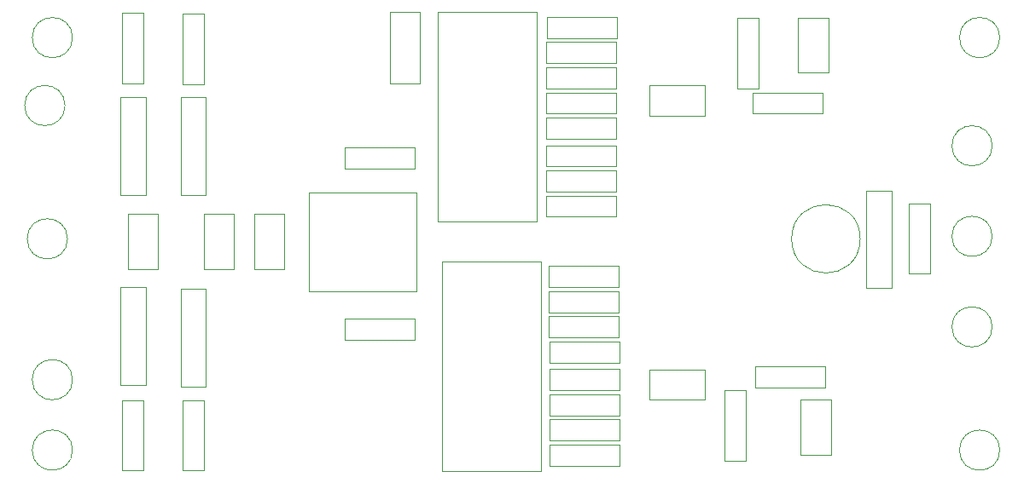
<source format=gbr>
%TF.GenerationSoftware,KiCad,Pcbnew,5.1.10*%
%TF.CreationDate,2021-07-17T21:41:45+02:00*%
%TF.ProjectId,tht-dip,7468742d-6469-4702-9e6b-696361645f70,rev?*%
%TF.SameCoordinates,Original*%
%TF.FileFunction,Other,User*%
%FSLAX46Y46*%
G04 Gerber Fmt 4.6, Leading zero omitted, Abs format (unit mm)*
G04 Created by KiCad (PCBNEW 5.1.10) date 2021-07-17 21:41:45*
%MOMM*%
%LPD*%
G01*
G04 APERTURE LIST*
%ADD10C,0.050000*%
G04 APERTURE END LIST*
D10*
%TO.C,C2*%
X103750000Y-68000000D02*
X98250000Y-68000000D01*
X103750000Y-71000000D02*
X103750000Y-68000000D01*
X98250000Y-71000000D02*
X103750000Y-71000000D01*
X98250000Y-68000000D02*
X98250000Y-71000000D01*
%TO.C,C4*%
X113000000Y-38500000D02*
X116000000Y-38500000D01*
X116000000Y-38500000D02*
X116000000Y-33000000D01*
X116000000Y-33000000D02*
X113000000Y-33000000D01*
X113000000Y-33000000D02*
X113000000Y-38500000D01*
%TO.C,C5*%
X113250000Y-71000000D02*
X113250000Y-76500000D01*
X116250000Y-71000000D02*
X113250000Y-71000000D01*
X116250000Y-76500000D02*
X116250000Y-71000000D01*
X113250000Y-76500000D02*
X116250000Y-76500000D01*
%TO.C,C6*%
X59000000Y-52500000D02*
X59000000Y-58000000D01*
X62000000Y-52500000D02*
X59000000Y-52500000D01*
X62000000Y-58000000D02*
X62000000Y-52500000D01*
X59000000Y-58000000D02*
X62000000Y-58000000D01*
%TO.C,C7*%
X54000000Y-58000000D02*
X57000000Y-58000000D01*
X57000000Y-58000000D02*
X57000000Y-52500000D01*
X57000000Y-52500000D02*
X54000000Y-52500000D01*
X54000000Y-52500000D02*
X54000000Y-58000000D01*
%TO.C,C8*%
X49500000Y-58000000D02*
X49500000Y-52500000D01*
X46500000Y-58000000D02*
X49500000Y-58000000D01*
X46500000Y-52500000D02*
X46500000Y-58000000D01*
X49500000Y-52500000D02*
X46500000Y-52500000D01*
%TO.C,D1*%
X122250000Y-50200000D02*
X119750000Y-50200000D01*
X119750000Y-50200000D02*
X119750000Y-59920000D01*
X119750000Y-59920000D02*
X122250000Y-59920000D01*
X122250000Y-59920000D02*
X122250000Y-50200000D01*
%TO.C,D2*%
X48250000Y-50670000D02*
X48250000Y-40950000D01*
X45750000Y-50670000D02*
X48250000Y-50670000D01*
X45750000Y-40950000D02*
X45750000Y-50670000D01*
X48250000Y-40950000D02*
X45750000Y-40950000D01*
%TO.C,D3*%
X48250000Y-59830000D02*
X45750000Y-59830000D01*
X45750000Y-59830000D02*
X45750000Y-69550000D01*
X45750000Y-69550000D02*
X48250000Y-69550000D01*
X48250000Y-69550000D02*
X48250000Y-59830000D01*
%TO.C,D4*%
X54250000Y-50670000D02*
X54250000Y-40950000D01*
X51750000Y-50670000D02*
X54250000Y-50670000D01*
X51750000Y-40950000D02*
X51750000Y-50670000D01*
X54250000Y-40950000D02*
X51750000Y-40950000D01*
%TO.C,D5*%
X54250000Y-69670000D02*
X54250000Y-59950000D01*
X51750000Y-69670000D02*
X54250000Y-69670000D01*
X51750000Y-59950000D02*
X51750000Y-69670000D01*
X54250000Y-59950000D02*
X51750000Y-59950000D01*
%TO.C,J1*%
X132250000Y-45750000D02*
G75*
G03*
X132250000Y-45750000I-2000000J0D01*
G01*
%TO.C,J2*%
X132250000Y-54750000D02*
G75*
G03*
X132250000Y-54750000I-2000000J0D01*
G01*
%TO.C,J3*%
X40250000Y-41750000D02*
G75*
G03*
X40250000Y-41750000I-2000000J0D01*
G01*
%TO.C,J4*%
X41000000Y-69000000D02*
G75*
G03*
X41000000Y-69000000I-2000000J0D01*
G01*
%TO.C,J5*%
X132250000Y-63750000D02*
G75*
G03*
X132250000Y-63750000I-2000000J0D01*
G01*
%TO.C,J6*%
X40500000Y-55000000D02*
G75*
G03*
X40500000Y-55000000I-2000000J0D01*
G01*
%TO.C,J7*%
X41000000Y-35000000D02*
G75*
G03*
X41000000Y-35000000I-2000000J0D01*
G01*
%TO.C,J8*%
X41000000Y-76000000D02*
G75*
G03*
X41000000Y-76000000I-2000000J0D01*
G01*
%TO.C,J9*%
X133000000Y-35000000D02*
G75*
G03*
X133000000Y-35000000I-2000000J0D01*
G01*
%TO.C,J10*%
X133000000Y-76000000D02*
G75*
G03*
X133000000Y-76000000I-2000000J0D01*
G01*
%TO.C,R1*%
X107800000Y-70050000D02*
X105700000Y-70050000D01*
X105700000Y-70050000D02*
X105700000Y-77030000D01*
X105700000Y-77030000D02*
X107800000Y-77030000D01*
X107800000Y-77030000D02*
X107800000Y-70050000D01*
%TO.C,R2*%
X54050000Y-39610000D02*
X54050000Y-32630000D01*
X51950000Y-39610000D02*
X54050000Y-39610000D01*
X51950000Y-32630000D02*
X51950000Y-39610000D01*
X54050000Y-32630000D02*
X51950000Y-32630000D01*
%TO.C,R3*%
X45950000Y-32550000D02*
X45950000Y-39530000D01*
X48050000Y-32550000D02*
X45950000Y-32550000D01*
X48050000Y-39530000D02*
X48050000Y-32550000D01*
X45950000Y-39530000D02*
X48050000Y-39530000D01*
%TO.C,R4*%
X48050000Y-78030000D02*
X48050000Y-71050000D01*
X45950000Y-78030000D02*
X48050000Y-78030000D01*
X45950000Y-71050000D02*
X45950000Y-78030000D01*
X48050000Y-71050000D02*
X45950000Y-71050000D01*
%TO.C,R5*%
X108470000Y-42550000D02*
X115450000Y-42550000D01*
X108470000Y-40450000D02*
X108470000Y-42550000D01*
X115450000Y-40450000D02*
X108470000Y-40450000D01*
X115450000Y-42550000D02*
X115450000Y-40450000D01*
%TO.C,R6*%
X126050000Y-51470000D02*
X123950000Y-51470000D01*
X123950000Y-51470000D02*
X123950000Y-58450000D01*
X123950000Y-58450000D02*
X126050000Y-58450000D01*
X126050000Y-58450000D02*
X126050000Y-51470000D01*
%TO.C,R7*%
X106950000Y-40030000D02*
X109050000Y-40030000D01*
X109050000Y-40030000D02*
X109050000Y-33050000D01*
X109050000Y-33050000D02*
X106950000Y-33050000D01*
X106950000Y-33050000D02*
X106950000Y-40030000D01*
%TO.C,R8*%
X115700000Y-69800000D02*
X115700000Y-67700000D01*
X115700000Y-67700000D02*
X108720000Y-67700000D01*
X108720000Y-67700000D02*
X108720000Y-69800000D01*
X108720000Y-69800000D02*
X115700000Y-69800000D01*
%TO.C,R9*%
X67970000Y-45950000D02*
X67970000Y-48050000D01*
X67970000Y-48050000D02*
X74950000Y-48050000D01*
X74950000Y-48050000D02*
X74950000Y-45950000D01*
X74950000Y-45950000D02*
X67970000Y-45950000D01*
%TO.C,R10*%
X54050000Y-78030000D02*
X54050000Y-71050000D01*
X51950000Y-78030000D02*
X54050000Y-78030000D01*
X51950000Y-71050000D02*
X51950000Y-78030000D01*
X54050000Y-71050000D02*
X51950000Y-71050000D01*
%TO.C,R11*%
X74950000Y-62950000D02*
X67970000Y-62950000D01*
X74950000Y-65050000D02*
X74950000Y-62950000D01*
X67970000Y-65050000D02*
X74950000Y-65050000D01*
X67970000Y-62950000D02*
X67970000Y-65050000D01*
%TO.C,R12*%
X95200000Y-62300000D02*
X95200000Y-60200000D01*
X95200000Y-60200000D02*
X88220000Y-60200000D01*
X88220000Y-60200000D02*
X88220000Y-62300000D01*
X88220000Y-62300000D02*
X95200000Y-62300000D01*
%TO.C,R13*%
X88220000Y-64800000D02*
X95200000Y-64800000D01*
X88220000Y-62700000D02*
X88220000Y-64800000D01*
X95200000Y-62700000D02*
X88220000Y-62700000D01*
X95200000Y-64800000D02*
X95200000Y-62700000D01*
%TO.C,R14*%
X95280000Y-67300000D02*
X95280000Y-65200000D01*
X95280000Y-65200000D02*
X88300000Y-65200000D01*
X88300000Y-65200000D02*
X88300000Y-67300000D01*
X88300000Y-67300000D02*
X95280000Y-67300000D01*
%TO.C,R15*%
X88300000Y-70050000D02*
X95280000Y-70050000D01*
X88300000Y-67950000D02*
X88300000Y-70050000D01*
X95280000Y-67950000D02*
X88300000Y-67950000D01*
X95280000Y-70050000D02*
X95280000Y-67950000D01*
%TO.C,R16*%
X95280000Y-72550000D02*
X95280000Y-70450000D01*
X95280000Y-70450000D02*
X88300000Y-70450000D01*
X88300000Y-70450000D02*
X88300000Y-72550000D01*
X88300000Y-72550000D02*
X95280000Y-72550000D01*
%TO.C,R17*%
X88300000Y-75050000D02*
X95280000Y-75050000D01*
X88300000Y-72950000D02*
X88300000Y-75050000D01*
X95280000Y-72950000D02*
X88300000Y-72950000D01*
X95280000Y-75050000D02*
X95280000Y-72950000D01*
%TO.C,R18*%
X95280000Y-77550000D02*
X95280000Y-75450000D01*
X95280000Y-75450000D02*
X88300000Y-75450000D01*
X88300000Y-75450000D02*
X88300000Y-77550000D01*
X88300000Y-77550000D02*
X95280000Y-77550000D01*
%TO.C,R20*%
X94950000Y-37550000D02*
X94950000Y-35450000D01*
X94950000Y-35450000D02*
X87970000Y-35450000D01*
X87970000Y-35450000D02*
X87970000Y-37550000D01*
X87970000Y-37550000D02*
X94950000Y-37550000D01*
%TO.C,R21*%
X87970000Y-40050000D02*
X94950000Y-40050000D01*
X87970000Y-37950000D02*
X87970000Y-40050000D01*
X94950000Y-37950000D02*
X87970000Y-37950000D01*
X94950000Y-40050000D02*
X94950000Y-37950000D01*
%TO.C,R22*%
X94950000Y-42550000D02*
X94950000Y-40450000D01*
X94950000Y-40450000D02*
X87970000Y-40450000D01*
X87970000Y-40450000D02*
X87970000Y-42550000D01*
X87970000Y-42550000D02*
X94950000Y-42550000D01*
%TO.C,R23*%
X87970000Y-45050000D02*
X94950000Y-45050000D01*
X87970000Y-42950000D02*
X87970000Y-45050000D01*
X94950000Y-42950000D02*
X87970000Y-42950000D01*
X94950000Y-45050000D02*
X94950000Y-42950000D01*
%TO.C,R24*%
X94950000Y-47800000D02*
X94950000Y-45700000D01*
X94950000Y-45700000D02*
X87970000Y-45700000D01*
X87970000Y-45700000D02*
X87970000Y-47800000D01*
X87970000Y-47800000D02*
X94950000Y-47800000D01*
%TO.C,R25*%
X87970000Y-50300000D02*
X94950000Y-50300000D01*
X87970000Y-48200000D02*
X87970000Y-50300000D01*
X94950000Y-48200000D02*
X87970000Y-48200000D01*
X94950000Y-50300000D02*
X94950000Y-48200000D01*
%TO.C,R26*%
X94950000Y-52800000D02*
X94950000Y-50700000D01*
X94950000Y-50700000D02*
X87970000Y-50700000D01*
X87970000Y-50700000D02*
X87970000Y-52800000D01*
X87970000Y-52800000D02*
X94950000Y-52800000D01*
%TO.C,SW1*%
X87500000Y-57250000D02*
X77700000Y-57250000D01*
X87500000Y-78100000D02*
X87500000Y-57250000D01*
X77700000Y-78100000D02*
X87500000Y-78100000D01*
X77700000Y-57250000D02*
X77700000Y-78100000D01*
%TO.C,SW2*%
X87050000Y-32450000D02*
X77250000Y-32450000D01*
X87050000Y-53300000D02*
X87050000Y-32450000D01*
X77250000Y-53300000D02*
X87050000Y-53300000D01*
X77250000Y-32450000D02*
X77250000Y-53300000D01*
%TO.C,C1*%
X72500000Y-32450000D02*
X72500000Y-39550000D01*
X75500000Y-32450000D02*
X72500000Y-32450000D01*
X75500000Y-39550000D02*
X75500000Y-32450000D01*
X72500000Y-39550000D02*
X75500000Y-39550000D01*
%TO.C,C9*%
X98250000Y-42750000D02*
X103750000Y-42750000D01*
X98250000Y-39750000D02*
X98250000Y-42750000D01*
X103750000Y-39750000D02*
X98250000Y-39750000D01*
X103750000Y-42750000D02*
X103750000Y-39750000D01*
%TO.C,C3*%
X119150000Y-55000000D02*
G75*
G03*
X119150000Y-55000000I-3400000J0D01*
G01*
%TO.C,R19*%
X88220000Y-59800000D02*
X95200000Y-59800000D01*
X88220000Y-57700000D02*
X88220000Y-59800000D01*
X95200000Y-57700000D02*
X88220000Y-57700000D01*
X95200000Y-59800000D02*
X95200000Y-57700000D01*
%TO.C,R27*%
X95030000Y-35050000D02*
X95030000Y-32950000D01*
X95030000Y-32950000D02*
X88050000Y-32950000D01*
X88050000Y-32950000D02*
X88050000Y-35050000D01*
X88050000Y-35050000D02*
X95030000Y-35050000D01*
%TO.C,U1*%
X64450000Y-50420000D02*
X64450000Y-60220000D01*
X75150000Y-50420000D02*
X64450000Y-50420000D01*
X75150000Y-60220000D02*
X75150000Y-50420000D01*
X64450000Y-60220000D02*
X75150000Y-60220000D01*
%TD*%
M02*

</source>
